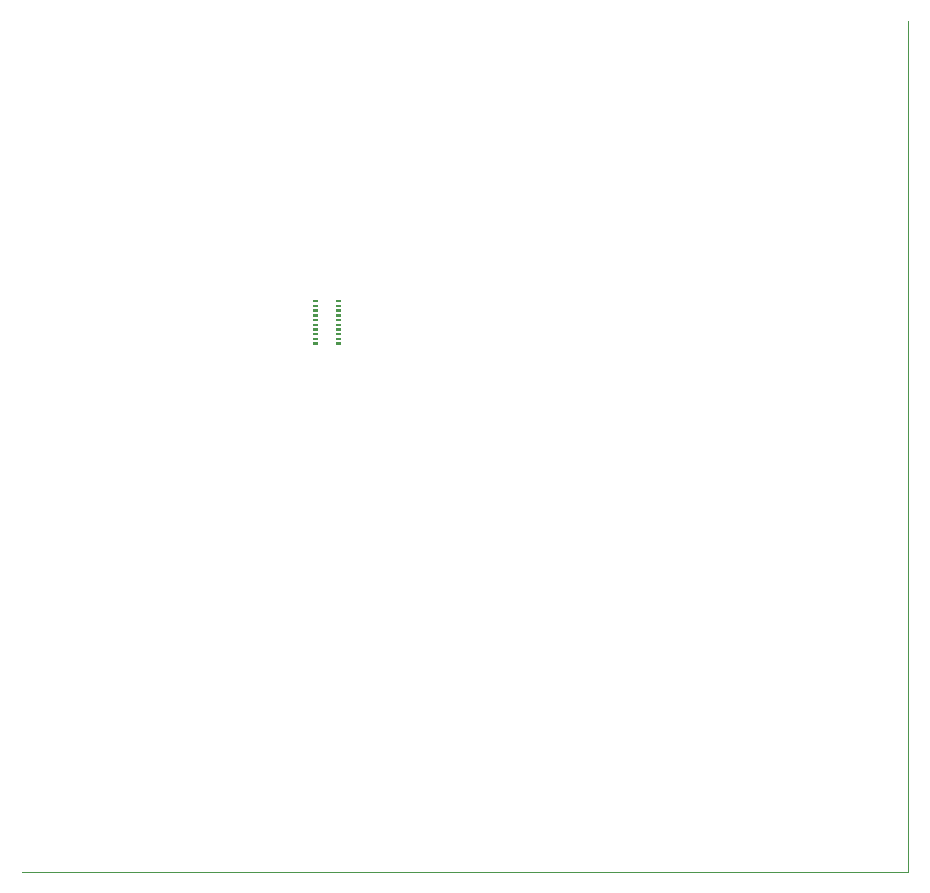
<source format=gbr>
%TF.GenerationSoftware,Altium Limited,Altium Designer,23.1.1 (15)*%
G04 Layer_Color=16711935*
%FSLAX45Y45*%
%MOMM*%
%TF.SameCoordinates,8C37DE4A-61E0-4A85-99FC-D0A1A2E6B02F*%
%TF.FilePolarity,Positive*%
%TF.FileFunction,Keep-out,Top*%
%TF.Part,Single*%
G01*
G75*
%TA.AperFunction,NonConductor*%
%ADD248C,0.02540*%
G36*
X2502900Y4619600D02*
X2458900D01*
Y4639600D01*
X2502900D01*
Y4619600D01*
D02*
G37*
G36*
Y4579600D02*
X2458900D01*
Y4599600D01*
X2502900D01*
Y4579600D01*
D02*
G37*
G36*
Y4539600D02*
X2458900D01*
Y4559600D01*
X2502900D01*
Y4539600D01*
D02*
G37*
G36*
Y4499600D02*
X2458900D01*
Y4519600D01*
X2502900D01*
Y4499600D01*
D02*
G37*
G36*
Y4459600D02*
X2458900D01*
Y4479600D01*
X2502900D01*
Y4459600D01*
D02*
G37*
G36*
X2696900Y4619600D02*
X2652900D01*
Y4639600D01*
X2696900D01*
Y4619600D01*
D02*
G37*
G36*
Y4579600D02*
X2652900D01*
Y4599600D01*
X2696900D01*
Y4579600D01*
D02*
G37*
G36*
Y4539600D02*
X2652900D01*
Y4559600D01*
X2696900D01*
Y4539600D01*
D02*
G37*
G36*
Y4499600D02*
X2652900D01*
Y4519600D01*
X2696900D01*
Y4499600D01*
D02*
G37*
G36*
Y4459600D02*
X2652900D01*
Y4479600D01*
X2696900D01*
Y4459600D01*
D02*
G37*
G36*
X2502900Y4819600D02*
X2458900D01*
Y4839600D01*
X2502900D01*
Y4819600D01*
D02*
G37*
G36*
Y4779600D02*
X2458900D01*
Y4799600D01*
X2502900D01*
Y4779600D01*
D02*
G37*
G36*
Y4739600D02*
X2458900D01*
Y4759600D01*
X2502900D01*
Y4739600D01*
D02*
G37*
G36*
Y4699600D02*
X2458900D01*
Y4719600D01*
X2502900D01*
Y4699600D01*
D02*
G37*
G36*
Y4659600D02*
X2458900D01*
Y4679600D01*
X2502900D01*
Y4659600D01*
D02*
G37*
G36*
X2696900Y4819600D02*
X2652900D01*
Y4839600D01*
X2696900D01*
Y4819600D01*
D02*
G37*
G36*
Y4779600D02*
X2652900D01*
Y4799600D01*
X2696900D01*
Y4779600D01*
D02*
G37*
G36*
Y4739600D02*
X2652900D01*
Y4759600D01*
X2696900D01*
Y4739600D01*
D02*
G37*
G36*
Y4699600D02*
X2652900D01*
Y4719600D01*
X2696900D01*
Y4699600D01*
D02*
G37*
G36*
Y4659600D02*
X2652900D01*
Y4679600D01*
X2696900D01*
Y4659600D01*
D02*
G37*
D248*
X0Y1D02*
X7500000Y0D01*
X7499999D02*
Y7200000D01*
%TF.MD5,f4e8c360520bfdee7b8e67c6d8fc8360*%
M02*

</source>
